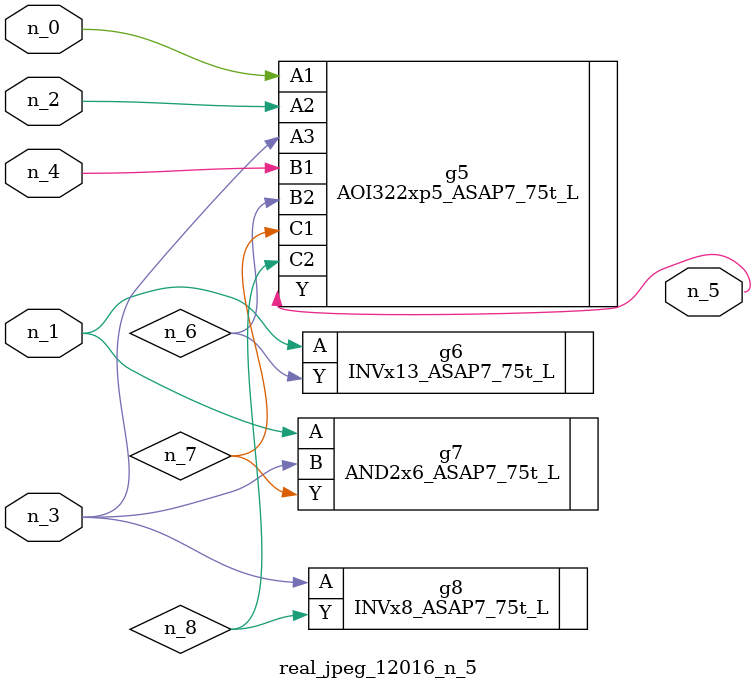
<source format=v>
module real_jpeg_12016_n_5 (n_4, n_0, n_1, n_2, n_3, n_5);

input n_4;
input n_0;
input n_1;
input n_2;
input n_3;

output n_5;

wire n_8;
wire n_6;
wire n_7;

AOI322xp5_ASAP7_75t_L g5 ( 
.A1(n_0),
.A2(n_2),
.A3(n_3),
.B1(n_4),
.B2(n_6),
.C1(n_7),
.C2(n_8),
.Y(n_5)
);

INVx13_ASAP7_75t_L g6 ( 
.A(n_1),
.Y(n_6)
);

AND2x6_ASAP7_75t_L g7 ( 
.A(n_1),
.B(n_3),
.Y(n_7)
);

INVx8_ASAP7_75t_L g8 ( 
.A(n_3),
.Y(n_8)
);


endmodule
</source>
